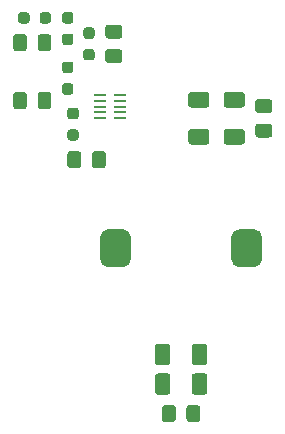
<source format=gbr>
%TF.GenerationSoftware,KiCad,Pcbnew,(5.1.9)-1*%
%TF.CreationDate,2021-07-15T22:57:35+09:00*%
%TF.ProjectId,4710MQ Power Supply,34373130-4d51-4205-906f-776572205375,rev?*%
%TF.SameCoordinates,Original*%
%TF.FileFunction,Paste,Top*%
%TF.FilePolarity,Positive*%
%FSLAX46Y46*%
G04 Gerber Fmt 4.6, Leading zero omitted, Abs format (unit mm)*
G04 Created by KiCad (PCBNEW (5.1.9)-1) date 2021-07-15 22:57:35*
%MOMM*%
%LPD*%
G01*
G04 APERTURE LIST*
%ADD10R,1.061999X0.254800*%
G04 APERTURE END LIST*
D10*
%TO.C,U1*%
X144223100Y-91199999D03*
X144223100Y-91700001D03*
X144223100Y-92200000D03*
X144223100Y-92699999D03*
X144223100Y-93200001D03*
X142576900Y-93200001D03*
X142576900Y-92699999D03*
X142576900Y-92200000D03*
X142576900Y-91700001D03*
X142576900Y-91199999D03*
%TD*%
%TO.C,R1*%
G36*
G01*
X140487500Y-93275000D02*
X140012500Y-93275000D01*
G75*
G02*
X139775000Y-93037500I0J237500D01*
G01*
X139775000Y-92537500D01*
G75*
G02*
X140012500Y-92300000I237500J0D01*
G01*
X140487500Y-92300000D01*
G75*
G02*
X140725000Y-92537500I0J-237500D01*
G01*
X140725000Y-93037500D01*
G75*
G02*
X140487500Y-93275000I-237500J0D01*
G01*
G37*
G36*
G01*
X140487500Y-95100000D02*
X140012500Y-95100000D01*
G75*
G02*
X139775000Y-94862500I0J237500D01*
G01*
X139775000Y-94362500D01*
G75*
G02*
X140012500Y-94125000I237500J0D01*
G01*
X140487500Y-94125000D01*
G75*
G02*
X140725000Y-94362500I0J-237500D01*
G01*
X140725000Y-94862500D01*
G75*
G02*
X140487500Y-95100000I-237500J0D01*
G01*
G37*
%TD*%
%TO.C,R2*%
G36*
G01*
X139562500Y-90225000D02*
X140037500Y-90225000D01*
G75*
G02*
X140275000Y-90462500I0J-237500D01*
G01*
X140275000Y-90962500D01*
G75*
G02*
X140037500Y-91200000I-237500J0D01*
G01*
X139562500Y-91200000D01*
G75*
G02*
X139325000Y-90962500I0J237500D01*
G01*
X139325000Y-90462500D01*
G75*
G02*
X139562500Y-90225000I237500J0D01*
G01*
G37*
G36*
G01*
X139562500Y-88400000D02*
X140037500Y-88400000D01*
G75*
G02*
X140275000Y-88637500I0J-237500D01*
G01*
X140275000Y-89137500D01*
G75*
G02*
X140037500Y-89375000I-237500J0D01*
G01*
X139562500Y-89375000D01*
G75*
G02*
X139325000Y-89137500I0J237500D01*
G01*
X139325000Y-88637500D01*
G75*
G02*
X139562500Y-88400000I237500J0D01*
G01*
G37*
%TD*%
%TO.C,R5*%
G36*
G01*
X136575000Y-84462500D02*
X136575000Y-84937500D01*
G75*
G02*
X136337500Y-85175000I-237500J0D01*
G01*
X135837500Y-85175000D01*
G75*
G02*
X135600000Y-84937500I0J237500D01*
G01*
X135600000Y-84462500D01*
G75*
G02*
X135837500Y-84225000I237500J0D01*
G01*
X136337500Y-84225000D01*
G75*
G02*
X136575000Y-84462500I0J-237500D01*
G01*
G37*
G36*
G01*
X138400000Y-84462500D02*
X138400000Y-84937500D01*
G75*
G02*
X138162500Y-85175000I-237500J0D01*
G01*
X137662500Y-85175000D01*
G75*
G02*
X137425000Y-84937500I0J237500D01*
G01*
X137425000Y-84462500D01*
G75*
G02*
X137662500Y-84225000I237500J0D01*
G01*
X138162500Y-84225000D01*
G75*
G02*
X138400000Y-84462500I0J-237500D01*
G01*
G37*
%TD*%
%TO.C,R3*%
G36*
G01*
X141837500Y-86475000D02*
X141362500Y-86475000D01*
G75*
G02*
X141125000Y-86237500I0J237500D01*
G01*
X141125000Y-85737500D01*
G75*
G02*
X141362500Y-85500000I237500J0D01*
G01*
X141837500Y-85500000D01*
G75*
G02*
X142075000Y-85737500I0J-237500D01*
G01*
X142075000Y-86237500D01*
G75*
G02*
X141837500Y-86475000I-237500J0D01*
G01*
G37*
G36*
G01*
X141837500Y-88300000D02*
X141362500Y-88300000D01*
G75*
G02*
X141125000Y-88062500I0J237500D01*
G01*
X141125000Y-87562500D01*
G75*
G02*
X141362500Y-87325000I237500J0D01*
G01*
X141837500Y-87325000D01*
G75*
G02*
X142075000Y-87562500I0J-237500D01*
G01*
X142075000Y-88062500D01*
G75*
G02*
X141837500Y-88300000I-237500J0D01*
G01*
G37*
%TD*%
%TO.C,R4*%
G36*
G01*
X139562500Y-86025000D02*
X140037500Y-86025000D01*
G75*
G02*
X140275000Y-86262500I0J-237500D01*
G01*
X140275000Y-86762500D01*
G75*
G02*
X140037500Y-87000000I-237500J0D01*
G01*
X139562500Y-87000000D01*
G75*
G02*
X139325000Y-86762500I0J237500D01*
G01*
X139325000Y-86262500D01*
G75*
G02*
X139562500Y-86025000I237500J0D01*
G01*
G37*
G36*
G01*
X139562500Y-84200000D02*
X140037500Y-84200000D01*
G75*
G02*
X140275000Y-84437500I0J-237500D01*
G01*
X140275000Y-84937500D01*
G75*
G02*
X140037500Y-85175000I-237500J0D01*
G01*
X139562500Y-85175000D01*
G75*
G02*
X139325000Y-84937500I0J237500D01*
G01*
X139325000Y-84437500D01*
G75*
G02*
X139562500Y-84200000I237500J0D01*
G01*
G37*
%TD*%
%TO.C,L1*%
G36*
G01*
X153650000Y-105150000D02*
X153650000Y-103250000D01*
G75*
G02*
X154300000Y-102600000I650000J0D01*
G01*
X155600000Y-102600000D01*
G75*
G02*
X156250000Y-103250000I0J-650000D01*
G01*
X156250000Y-105150000D01*
G75*
G02*
X155600000Y-105800000I-650000J0D01*
G01*
X154300000Y-105800000D01*
G75*
G02*
X153650000Y-105150000I0J650000D01*
G01*
G37*
G36*
G01*
X142550000Y-105150000D02*
X142550000Y-103250000D01*
G75*
G02*
X143200000Y-102600000I650000J0D01*
G01*
X144500000Y-102600000D01*
G75*
G02*
X145150000Y-103250000I0J-650000D01*
G01*
X145150000Y-105150000D01*
G75*
G02*
X144500000Y-105800000I-650000J0D01*
G01*
X143200000Y-105800000D01*
G75*
G02*
X142550000Y-105150000I0J650000D01*
G01*
G37*
%TD*%
%TO.C,C5*%
G36*
G01*
X136350000Y-91225000D02*
X136350000Y-92175000D01*
G75*
G02*
X136100000Y-92425000I-250000J0D01*
G01*
X135425000Y-92425000D01*
G75*
G02*
X135175000Y-92175000I0J250000D01*
G01*
X135175000Y-91225000D01*
G75*
G02*
X135425000Y-90975000I250000J0D01*
G01*
X136100000Y-90975000D01*
G75*
G02*
X136350000Y-91225000I0J-250000D01*
G01*
G37*
G36*
G01*
X138425000Y-91225000D02*
X138425000Y-92175000D01*
G75*
G02*
X138175000Y-92425000I-250000J0D01*
G01*
X137500000Y-92425000D01*
G75*
G02*
X137250000Y-92175000I0J250000D01*
G01*
X137250000Y-91225000D01*
G75*
G02*
X137500000Y-90975000I250000J0D01*
G01*
X138175000Y-90975000D01*
G75*
G02*
X138425000Y-91225000I0J-250000D01*
G01*
G37*
%TD*%
%TO.C,C3*%
G36*
G01*
X144175000Y-86450000D02*
X143225000Y-86450000D01*
G75*
G02*
X142975000Y-86200000I0J250000D01*
G01*
X142975000Y-85525000D01*
G75*
G02*
X143225000Y-85275000I250000J0D01*
G01*
X144175000Y-85275000D01*
G75*
G02*
X144425000Y-85525000I0J-250000D01*
G01*
X144425000Y-86200000D01*
G75*
G02*
X144175000Y-86450000I-250000J0D01*
G01*
G37*
G36*
G01*
X144175000Y-88525000D02*
X143225000Y-88525000D01*
G75*
G02*
X142975000Y-88275000I0J250000D01*
G01*
X142975000Y-87600000D01*
G75*
G02*
X143225000Y-87350000I250000J0D01*
G01*
X144175000Y-87350000D01*
G75*
G02*
X144425000Y-87600000I0J-250000D01*
G01*
X144425000Y-88275000D01*
G75*
G02*
X144175000Y-88525000I-250000J0D01*
G01*
G37*
%TD*%
%TO.C,C2*%
G36*
G01*
X153249998Y-94100000D02*
X154550002Y-94100000D01*
G75*
G02*
X154800000Y-94349998I0J-249998D01*
G01*
X154800000Y-95175002D01*
G75*
G02*
X154550002Y-95425000I-249998J0D01*
G01*
X153249998Y-95425000D01*
G75*
G02*
X153000000Y-95175002I0J249998D01*
G01*
X153000000Y-94349998D01*
G75*
G02*
X153249998Y-94100000I249998J0D01*
G01*
G37*
G36*
G01*
X153249998Y-90975000D02*
X154550002Y-90975000D01*
G75*
G02*
X154800000Y-91224998I0J-249998D01*
G01*
X154800000Y-92050002D01*
G75*
G02*
X154550002Y-92300000I-249998J0D01*
G01*
X153249998Y-92300000D01*
G75*
G02*
X153000000Y-92050002I0J249998D01*
G01*
X153000000Y-91224998D01*
G75*
G02*
X153249998Y-90975000I249998J0D01*
G01*
G37*
%TD*%
%TO.C,C9*%
G36*
G01*
X148500000Y-112549998D02*
X148500000Y-113850002D01*
G75*
G02*
X148250002Y-114100000I-249998J0D01*
G01*
X147424998Y-114100000D01*
G75*
G02*
X147175000Y-113850002I0J249998D01*
G01*
X147175000Y-112549998D01*
G75*
G02*
X147424998Y-112300000I249998J0D01*
G01*
X148250002Y-112300000D01*
G75*
G02*
X148500000Y-112549998I0J-249998D01*
G01*
G37*
G36*
G01*
X151625000Y-112549998D02*
X151625000Y-113850002D01*
G75*
G02*
X151375002Y-114100000I-249998J0D01*
G01*
X150549998Y-114100000D01*
G75*
G02*
X150300000Y-113850002I0J249998D01*
G01*
X150300000Y-112549998D01*
G75*
G02*
X150549998Y-112300000I249998J0D01*
G01*
X151375002Y-112300000D01*
G75*
G02*
X151625000Y-112549998I0J-249998D01*
G01*
G37*
%TD*%
%TO.C,C8*%
G36*
G01*
X137250000Y-87275000D02*
X137250000Y-86325000D01*
G75*
G02*
X137500000Y-86075000I250000J0D01*
G01*
X138175000Y-86075000D01*
G75*
G02*
X138425000Y-86325000I0J-250000D01*
G01*
X138425000Y-87275000D01*
G75*
G02*
X138175000Y-87525000I-250000J0D01*
G01*
X137500000Y-87525000D01*
G75*
G02*
X137250000Y-87275000I0J250000D01*
G01*
G37*
G36*
G01*
X135175000Y-87275000D02*
X135175000Y-86325000D01*
G75*
G02*
X135425000Y-86075000I250000J0D01*
G01*
X136100000Y-86075000D01*
G75*
G02*
X136350000Y-86325000I0J-250000D01*
G01*
X136350000Y-87275000D01*
G75*
G02*
X136100000Y-87525000I-250000J0D01*
G01*
X135425000Y-87525000D01*
G75*
G02*
X135175000Y-87275000I0J250000D01*
G01*
G37*
%TD*%
%TO.C,C6*%
G36*
G01*
X141850000Y-97175000D02*
X141850000Y-96225000D01*
G75*
G02*
X142100000Y-95975000I250000J0D01*
G01*
X142775000Y-95975000D01*
G75*
G02*
X143025000Y-96225000I0J-250000D01*
G01*
X143025000Y-97175000D01*
G75*
G02*
X142775000Y-97425000I-250000J0D01*
G01*
X142100000Y-97425000D01*
G75*
G02*
X141850000Y-97175000I0J250000D01*
G01*
G37*
G36*
G01*
X139775000Y-97175000D02*
X139775000Y-96225000D01*
G75*
G02*
X140025000Y-95975000I250000J0D01*
G01*
X140700000Y-95975000D01*
G75*
G02*
X140950000Y-96225000I0J-250000D01*
G01*
X140950000Y-97175000D01*
G75*
G02*
X140700000Y-97425000I-250000J0D01*
G01*
X140025000Y-97425000D01*
G75*
G02*
X139775000Y-97175000I0J250000D01*
G01*
G37*
%TD*%
%TO.C,C10*%
G36*
G01*
X148950000Y-117725000D02*
X148950000Y-118675000D01*
G75*
G02*
X148700000Y-118925000I-250000J0D01*
G01*
X148025000Y-118925000D01*
G75*
G02*
X147775000Y-118675000I0J250000D01*
G01*
X147775000Y-117725000D01*
G75*
G02*
X148025000Y-117475000I250000J0D01*
G01*
X148700000Y-117475000D01*
G75*
G02*
X148950000Y-117725000I0J-250000D01*
G01*
G37*
G36*
G01*
X151025000Y-117725000D02*
X151025000Y-118675000D01*
G75*
G02*
X150775000Y-118925000I-250000J0D01*
G01*
X150100000Y-118925000D01*
G75*
G02*
X149850000Y-118675000I0J250000D01*
G01*
X149850000Y-117725000D01*
G75*
G02*
X150100000Y-117475000I250000J0D01*
G01*
X150775000Y-117475000D01*
G75*
G02*
X151025000Y-117725000I0J-250000D01*
G01*
G37*
%TD*%
%TO.C,C7*%
G36*
G01*
X148500000Y-115049998D02*
X148500000Y-116350002D01*
G75*
G02*
X148250002Y-116600000I-249998J0D01*
G01*
X147424998Y-116600000D01*
G75*
G02*
X147175000Y-116350002I0J249998D01*
G01*
X147175000Y-115049998D01*
G75*
G02*
X147424998Y-114800000I249998J0D01*
G01*
X148250002Y-114800000D01*
G75*
G02*
X148500000Y-115049998I0J-249998D01*
G01*
G37*
G36*
G01*
X151625000Y-115049998D02*
X151625000Y-116350002D01*
G75*
G02*
X151375002Y-116600000I-249998J0D01*
G01*
X150549998Y-116600000D01*
G75*
G02*
X150300000Y-116350002I0J249998D01*
G01*
X150300000Y-115049998D01*
G75*
G02*
X150549998Y-114800000I249998J0D01*
G01*
X151375002Y-114800000D01*
G75*
G02*
X151625000Y-115049998I0J-249998D01*
G01*
G37*
%TD*%
%TO.C,C4*%
G36*
G01*
X155925000Y-93650000D02*
X156875000Y-93650000D01*
G75*
G02*
X157125000Y-93900000I0J-250000D01*
G01*
X157125000Y-94575000D01*
G75*
G02*
X156875000Y-94825000I-250000J0D01*
G01*
X155925000Y-94825000D01*
G75*
G02*
X155675000Y-94575000I0J250000D01*
G01*
X155675000Y-93900000D01*
G75*
G02*
X155925000Y-93650000I250000J0D01*
G01*
G37*
G36*
G01*
X155925000Y-91575000D02*
X156875000Y-91575000D01*
G75*
G02*
X157125000Y-91825000I0J-250000D01*
G01*
X157125000Y-92500000D01*
G75*
G02*
X156875000Y-92750000I-250000J0D01*
G01*
X155925000Y-92750000D01*
G75*
G02*
X155675000Y-92500000I0J250000D01*
G01*
X155675000Y-91825000D01*
G75*
G02*
X155925000Y-91575000I250000J0D01*
G01*
G37*
%TD*%
%TO.C,C1*%
G36*
G01*
X150249998Y-94100000D02*
X151550002Y-94100000D01*
G75*
G02*
X151800000Y-94349998I0J-249998D01*
G01*
X151800000Y-95175002D01*
G75*
G02*
X151550002Y-95425000I-249998J0D01*
G01*
X150249998Y-95425000D01*
G75*
G02*
X150000000Y-95175002I0J249998D01*
G01*
X150000000Y-94349998D01*
G75*
G02*
X150249998Y-94100000I249998J0D01*
G01*
G37*
G36*
G01*
X150249998Y-90975000D02*
X151550002Y-90975000D01*
G75*
G02*
X151800000Y-91224998I0J-249998D01*
G01*
X151800000Y-92050002D01*
G75*
G02*
X151550002Y-92300000I-249998J0D01*
G01*
X150249998Y-92300000D01*
G75*
G02*
X150000000Y-92050002I0J249998D01*
G01*
X150000000Y-91224998D01*
G75*
G02*
X150249998Y-90975000I249998J0D01*
G01*
G37*
%TD*%
M02*

</source>
